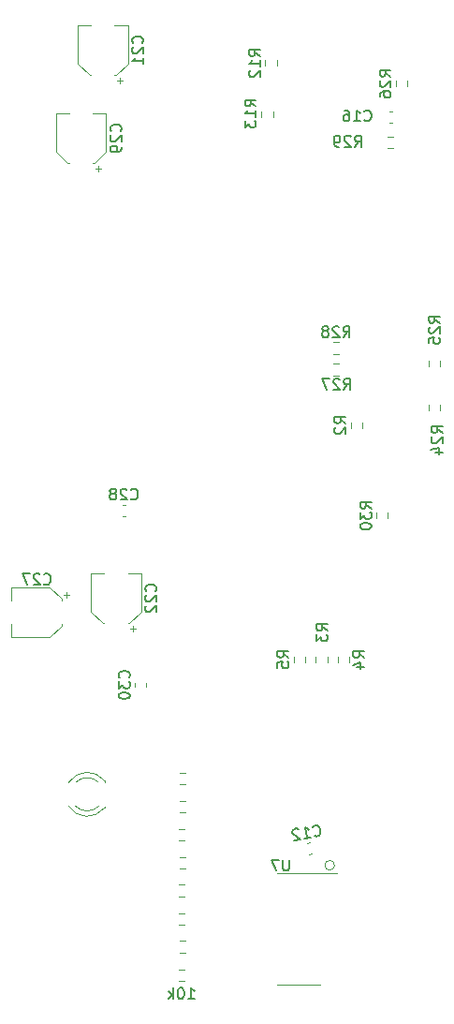
<source format=gbr>
G04 #@! TF.GenerationSoftware,KiCad,Pcbnew,7.0.9*
G04 #@! TF.CreationDate,2023-12-29T22:16:46-05:00*
G04 #@! TF.ProjectId,MEAP_Rev3b,4d454150-5f52-4657-9633-622e6b696361,rev?*
G04 #@! TF.SameCoordinates,Original*
G04 #@! TF.FileFunction,Legend,Bot*
G04 #@! TF.FilePolarity,Positive*
%FSLAX46Y46*%
G04 Gerber Fmt 4.6, Leading zero omitted, Abs format (unit mm)*
G04 Created by KiCad (PCBNEW 7.0.9) date 2023-12-29 22:16:46*
%MOMM*%
%LPD*%
G01*
G04 APERTURE LIST*
%ADD10C,0.120000*%
%ADD11C,0.150000*%
G04 APERTURE END LIST*
D10*
X42228406Y-99480000D02*
G75*
G03*
X42228406Y-99480000I-438406J0D01*
G01*
D11*
X28989411Y-111539819D02*
X29560839Y-111539819D01*
X29275125Y-111539819D02*
X29275125Y-110539819D01*
X29275125Y-110539819D02*
X29370363Y-110682676D01*
X29370363Y-110682676D02*
X29465601Y-110777914D01*
X29465601Y-110777914D02*
X29560839Y-110825533D01*
X28370363Y-110539819D02*
X28275125Y-110539819D01*
X28275125Y-110539819D02*
X28179887Y-110587438D01*
X28179887Y-110587438D02*
X28132268Y-110635057D01*
X28132268Y-110635057D02*
X28084649Y-110730295D01*
X28084649Y-110730295D02*
X28037030Y-110920771D01*
X28037030Y-110920771D02*
X28037030Y-111158866D01*
X28037030Y-111158866D02*
X28084649Y-111349342D01*
X28084649Y-111349342D02*
X28132268Y-111444580D01*
X28132268Y-111444580D02*
X28179887Y-111492200D01*
X28179887Y-111492200D02*
X28275125Y-111539819D01*
X28275125Y-111539819D02*
X28370363Y-111539819D01*
X28370363Y-111539819D02*
X28465601Y-111492200D01*
X28465601Y-111492200D02*
X28513220Y-111444580D01*
X28513220Y-111444580D02*
X28560839Y-111349342D01*
X28560839Y-111349342D02*
X28608458Y-111158866D01*
X28608458Y-111158866D02*
X28608458Y-110920771D01*
X28608458Y-110920771D02*
X28560839Y-110730295D01*
X28560839Y-110730295D02*
X28513220Y-110635057D01*
X28513220Y-110635057D02*
X28465601Y-110587438D01*
X28465601Y-110587438D02*
X28370363Y-110539819D01*
X27608458Y-111539819D02*
X27608458Y-110539819D01*
X27513220Y-111158866D02*
X27227506Y-111539819D01*
X27227506Y-110873152D02*
X27608458Y-111254104D01*
X44062857Y-34544819D02*
X44396190Y-34068628D01*
X44634285Y-34544819D02*
X44634285Y-33544819D01*
X44634285Y-33544819D02*
X44253333Y-33544819D01*
X44253333Y-33544819D02*
X44158095Y-33592438D01*
X44158095Y-33592438D02*
X44110476Y-33640057D01*
X44110476Y-33640057D02*
X44062857Y-33735295D01*
X44062857Y-33735295D02*
X44062857Y-33878152D01*
X44062857Y-33878152D02*
X44110476Y-33973390D01*
X44110476Y-33973390D02*
X44158095Y-34021009D01*
X44158095Y-34021009D02*
X44253333Y-34068628D01*
X44253333Y-34068628D02*
X44634285Y-34068628D01*
X43681904Y-33640057D02*
X43634285Y-33592438D01*
X43634285Y-33592438D02*
X43539047Y-33544819D01*
X43539047Y-33544819D02*
X43300952Y-33544819D01*
X43300952Y-33544819D02*
X43205714Y-33592438D01*
X43205714Y-33592438D02*
X43158095Y-33640057D01*
X43158095Y-33640057D02*
X43110476Y-33735295D01*
X43110476Y-33735295D02*
X43110476Y-33830533D01*
X43110476Y-33830533D02*
X43158095Y-33973390D01*
X43158095Y-33973390D02*
X43729523Y-34544819D01*
X43729523Y-34544819D02*
X43110476Y-34544819D01*
X42634285Y-34544819D02*
X42443809Y-34544819D01*
X42443809Y-34544819D02*
X42348571Y-34497200D01*
X42348571Y-34497200D02*
X42300952Y-34449580D01*
X42300952Y-34449580D02*
X42205714Y-34306723D01*
X42205714Y-34306723D02*
X42158095Y-34116247D01*
X42158095Y-34116247D02*
X42158095Y-33735295D01*
X42158095Y-33735295D02*
X42205714Y-33640057D01*
X42205714Y-33640057D02*
X42253333Y-33592438D01*
X42253333Y-33592438D02*
X42348571Y-33544819D01*
X42348571Y-33544819D02*
X42539047Y-33544819D01*
X42539047Y-33544819D02*
X42634285Y-33592438D01*
X42634285Y-33592438D02*
X42681904Y-33640057D01*
X42681904Y-33640057D02*
X42729523Y-33735295D01*
X42729523Y-33735295D02*
X42729523Y-33973390D01*
X42729523Y-33973390D02*
X42681904Y-34068628D01*
X42681904Y-34068628D02*
X42634285Y-34116247D01*
X42634285Y-34116247D02*
X42539047Y-34163866D01*
X42539047Y-34163866D02*
X42348571Y-34163866D01*
X42348571Y-34163866D02*
X42253333Y-34116247D01*
X42253333Y-34116247D02*
X42205714Y-34068628D01*
X42205714Y-34068628D02*
X42158095Y-33973390D01*
X43012857Y-51764819D02*
X43346190Y-51288628D01*
X43584285Y-51764819D02*
X43584285Y-50764819D01*
X43584285Y-50764819D02*
X43203333Y-50764819D01*
X43203333Y-50764819D02*
X43108095Y-50812438D01*
X43108095Y-50812438D02*
X43060476Y-50860057D01*
X43060476Y-50860057D02*
X43012857Y-50955295D01*
X43012857Y-50955295D02*
X43012857Y-51098152D01*
X43012857Y-51098152D02*
X43060476Y-51193390D01*
X43060476Y-51193390D02*
X43108095Y-51241009D01*
X43108095Y-51241009D02*
X43203333Y-51288628D01*
X43203333Y-51288628D02*
X43584285Y-51288628D01*
X42631904Y-50860057D02*
X42584285Y-50812438D01*
X42584285Y-50812438D02*
X42489047Y-50764819D01*
X42489047Y-50764819D02*
X42250952Y-50764819D01*
X42250952Y-50764819D02*
X42155714Y-50812438D01*
X42155714Y-50812438D02*
X42108095Y-50860057D01*
X42108095Y-50860057D02*
X42060476Y-50955295D01*
X42060476Y-50955295D02*
X42060476Y-51050533D01*
X42060476Y-51050533D02*
X42108095Y-51193390D01*
X42108095Y-51193390D02*
X42679523Y-51764819D01*
X42679523Y-51764819D02*
X42060476Y-51764819D01*
X41489047Y-51193390D02*
X41584285Y-51145771D01*
X41584285Y-51145771D02*
X41631904Y-51098152D01*
X41631904Y-51098152D02*
X41679523Y-51002914D01*
X41679523Y-51002914D02*
X41679523Y-50955295D01*
X41679523Y-50955295D02*
X41631904Y-50860057D01*
X41631904Y-50860057D02*
X41584285Y-50812438D01*
X41584285Y-50812438D02*
X41489047Y-50764819D01*
X41489047Y-50764819D02*
X41298571Y-50764819D01*
X41298571Y-50764819D02*
X41203333Y-50812438D01*
X41203333Y-50812438D02*
X41155714Y-50860057D01*
X41155714Y-50860057D02*
X41108095Y-50955295D01*
X41108095Y-50955295D02*
X41108095Y-51002914D01*
X41108095Y-51002914D02*
X41155714Y-51098152D01*
X41155714Y-51098152D02*
X41203333Y-51145771D01*
X41203333Y-51145771D02*
X41298571Y-51193390D01*
X41298571Y-51193390D02*
X41489047Y-51193390D01*
X41489047Y-51193390D02*
X41584285Y-51241009D01*
X41584285Y-51241009D02*
X41631904Y-51288628D01*
X41631904Y-51288628D02*
X41679523Y-51383866D01*
X41679523Y-51383866D02*
X41679523Y-51574342D01*
X41679523Y-51574342D02*
X41631904Y-51669580D01*
X41631904Y-51669580D02*
X41584285Y-51717200D01*
X41584285Y-51717200D02*
X41489047Y-51764819D01*
X41489047Y-51764819D02*
X41298571Y-51764819D01*
X41298571Y-51764819D02*
X41203333Y-51717200D01*
X41203333Y-51717200D02*
X41155714Y-51669580D01*
X41155714Y-51669580D02*
X41108095Y-51574342D01*
X41108095Y-51574342D02*
X41108095Y-51383866D01*
X41108095Y-51383866D02*
X41155714Y-51288628D01*
X41155714Y-51288628D02*
X41203333Y-51241009D01*
X41203333Y-51241009D02*
X41298571Y-51193390D01*
X41594819Y-78273333D02*
X41118628Y-77940000D01*
X41594819Y-77701905D02*
X40594819Y-77701905D01*
X40594819Y-77701905D02*
X40594819Y-78082857D01*
X40594819Y-78082857D02*
X40642438Y-78178095D01*
X40642438Y-78178095D02*
X40690057Y-78225714D01*
X40690057Y-78225714D02*
X40785295Y-78273333D01*
X40785295Y-78273333D02*
X40928152Y-78273333D01*
X40928152Y-78273333D02*
X41023390Y-78225714D01*
X41023390Y-78225714D02*
X41071009Y-78178095D01*
X41071009Y-78178095D02*
X41118628Y-78082857D01*
X41118628Y-78082857D02*
X41118628Y-77701905D01*
X40594819Y-78606667D02*
X40594819Y-79225714D01*
X40594819Y-79225714D02*
X40975771Y-78892381D01*
X40975771Y-78892381D02*
X40975771Y-79035238D01*
X40975771Y-79035238D02*
X41023390Y-79130476D01*
X41023390Y-79130476D02*
X41071009Y-79178095D01*
X41071009Y-79178095D02*
X41166247Y-79225714D01*
X41166247Y-79225714D02*
X41404342Y-79225714D01*
X41404342Y-79225714D02*
X41499580Y-79178095D01*
X41499580Y-79178095D02*
X41547200Y-79130476D01*
X41547200Y-79130476D02*
X41594819Y-79035238D01*
X41594819Y-79035238D02*
X41594819Y-78749524D01*
X41594819Y-78749524D02*
X41547200Y-78654286D01*
X41547200Y-78654286D02*
X41499580Y-78606667D01*
X35124819Y-30887142D02*
X34648628Y-30553809D01*
X35124819Y-30315714D02*
X34124819Y-30315714D01*
X34124819Y-30315714D02*
X34124819Y-30696666D01*
X34124819Y-30696666D02*
X34172438Y-30791904D01*
X34172438Y-30791904D02*
X34220057Y-30839523D01*
X34220057Y-30839523D02*
X34315295Y-30887142D01*
X34315295Y-30887142D02*
X34458152Y-30887142D01*
X34458152Y-30887142D02*
X34553390Y-30839523D01*
X34553390Y-30839523D02*
X34601009Y-30791904D01*
X34601009Y-30791904D02*
X34648628Y-30696666D01*
X34648628Y-30696666D02*
X34648628Y-30315714D01*
X35124819Y-31839523D02*
X35124819Y-31268095D01*
X35124819Y-31553809D02*
X34124819Y-31553809D01*
X34124819Y-31553809D02*
X34267676Y-31458571D01*
X34267676Y-31458571D02*
X34362914Y-31363333D01*
X34362914Y-31363333D02*
X34410533Y-31268095D01*
X34124819Y-32172857D02*
X34124819Y-32791904D01*
X34124819Y-32791904D02*
X34505771Y-32458571D01*
X34505771Y-32458571D02*
X34505771Y-32601428D01*
X34505771Y-32601428D02*
X34553390Y-32696666D01*
X34553390Y-32696666D02*
X34601009Y-32744285D01*
X34601009Y-32744285D02*
X34696247Y-32791904D01*
X34696247Y-32791904D02*
X34934342Y-32791904D01*
X34934342Y-32791904D02*
X35029580Y-32744285D01*
X35029580Y-32744285D02*
X35077200Y-32696666D01*
X35077200Y-32696666D02*
X35124819Y-32601428D01*
X35124819Y-32601428D02*
X35124819Y-32315714D01*
X35124819Y-32315714D02*
X35077200Y-32220476D01*
X35077200Y-32220476D02*
X35029580Y-32172857D01*
X22859579Y-33127139D02*
X22907199Y-33079520D01*
X22907199Y-33079520D02*
X22954818Y-32936663D01*
X22954818Y-32936663D02*
X22954818Y-32841425D01*
X22954818Y-32841425D02*
X22907199Y-32698568D01*
X22907199Y-32698568D02*
X22811960Y-32603330D01*
X22811960Y-32603330D02*
X22716722Y-32555711D01*
X22716722Y-32555711D02*
X22526246Y-32508092D01*
X22526246Y-32508092D02*
X22383389Y-32508092D01*
X22383389Y-32508092D02*
X22192913Y-32555711D01*
X22192913Y-32555711D02*
X22097675Y-32603330D01*
X22097675Y-32603330D02*
X22002437Y-32698568D01*
X22002437Y-32698568D02*
X21954818Y-32841425D01*
X21954818Y-32841425D02*
X21954818Y-32936663D01*
X21954818Y-32936663D02*
X22002437Y-33079520D01*
X22002437Y-33079520D02*
X22050056Y-33127139D01*
X22050056Y-33508092D02*
X22002437Y-33555711D01*
X22002437Y-33555711D02*
X21954818Y-33650949D01*
X21954818Y-33650949D02*
X21954818Y-33889044D01*
X21954818Y-33889044D02*
X22002437Y-33984282D01*
X22002437Y-33984282D02*
X22050056Y-34031901D01*
X22050056Y-34031901D02*
X22145294Y-34079520D01*
X22145294Y-34079520D02*
X22240532Y-34079520D01*
X22240532Y-34079520D02*
X22383389Y-34031901D01*
X22383389Y-34031901D02*
X22954818Y-33460473D01*
X22954818Y-33460473D02*
X22954818Y-34079520D01*
X22954818Y-34555711D02*
X22954818Y-34746187D01*
X22954818Y-34746187D02*
X22907199Y-34841425D01*
X22907199Y-34841425D02*
X22859579Y-34889044D01*
X22859579Y-34889044D02*
X22716722Y-34984282D01*
X22716722Y-34984282D02*
X22526246Y-35031901D01*
X22526246Y-35031901D02*
X22145294Y-35031901D01*
X22145294Y-35031901D02*
X22050056Y-34984282D01*
X22050056Y-34984282D02*
X22002437Y-34936663D01*
X22002437Y-34936663D02*
X21954818Y-34841425D01*
X21954818Y-34841425D02*
X21954818Y-34650949D01*
X21954818Y-34650949D02*
X22002437Y-34555711D01*
X22002437Y-34555711D02*
X22050056Y-34508092D01*
X22050056Y-34508092D02*
X22145294Y-34460473D01*
X22145294Y-34460473D02*
X22383389Y-34460473D01*
X22383389Y-34460473D02*
X22478627Y-34508092D01*
X22478627Y-34508092D02*
X22526246Y-34555711D01*
X22526246Y-34555711D02*
X22573865Y-34650949D01*
X22573865Y-34650949D02*
X22573865Y-34841425D01*
X22573865Y-34841425D02*
X22526246Y-34936663D01*
X22526246Y-34936663D02*
X22478627Y-34984282D01*
X22478627Y-34984282D02*
X22383389Y-35031901D01*
X43234819Y-59533333D02*
X42758628Y-59200000D01*
X43234819Y-58961905D02*
X42234819Y-58961905D01*
X42234819Y-58961905D02*
X42234819Y-59342857D01*
X42234819Y-59342857D02*
X42282438Y-59438095D01*
X42282438Y-59438095D02*
X42330057Y-59485714D01*
X42330057Y-59485714D02*
X42425295Y-59533333D01*
X42425295Y-59533333D02*
X42568152Y-59533333D01*
X42568152Y-59533333D02*
X42663390Y-59485714D01*
X42663390Y-59485714D02*
X42711009Y-59438095D01*
X42711009Y-59438095D02*
X42758628Y-59342857D01*
X42758628Y-59342857D02*
X42758628Y-58961905D01*
X42330057Y-59914286D02*
X42282438Y-59961905D01*
X42282438Y-59961905D02*
X42234819Y-60057143D01*
X42234819Y-60057143D02*
X42234819Y-60295238D01*
X42234819Y-60295238D02*
X42282438Y-60390476D01*
X42282438Y-60390476D02*
X42330057Y-60438095D01*
X42330057Y-60438095D02*
X42425295Y-60485714D01*
X42425295Y-60485714D02*
X42520533Y-60485714D01*
X42520533Y-60485714D02*
X42663390Y-60438095D01*
X42663390Y-60438095D02*
X43234819Y-59866667D01*
X43234819Y-59866667D02*
X43234819Y-60485714D01*
X15942857Y-74029580D02*
X15990476Y-74077200D01*
X15990476Y-74077200D02*
X16133333Y-74124819D01*
X16133333Y-74124819D02*
X16228571Y-74124819D01*
X16228571Y-74124819D02*
X16371428Y-74077200D01*
X16371428Y-74077200D02*
X16466666Y-73981961D01*
X16466666Y-73981961D02*
X16514285Y-73886723D01*
X16514285Y-73886723D02*
X16561904Y-73696247D01*
X16561904Y-73696247D02*
X16561904Y-73553390D01*
X16561904Y-73553390D02*
X16514285Y-73362914D01*
X16514285Y-73362914D02*
X16466666Y-73267676D01*
X16466666Y-73267676D02*
X16371428Y-73172438D01*
X16371428Y-73172438D02*
X16228571Y-73124819D01*
X16228571Y-73124819D02*
X16133333Y-73124819D01*
X16133333Y-73124819D02*
X15990476Y-73172438D01*
X15990476Y-73172438D02*
X15942857Y-73220057D01*
X15561904Y-73220057D02*
X15514285Y-73172438D01*
X15514285Y-73172438D02*
X15419047Y-73124819D01*
X15419047Y-73124819D02*
X15180952Y-73124819D01*
X15180952Y-73124819D02*
X15085714Y-73172438D01*
X15085714Y-73172438D02*
X15038095Y-73220057D01*
X15038095Y-73220057D02*
X14990476Y-73315295D01*
X14990476Y-73315295D02*
X14990476Y-73410533D01*
X14990476Y-73410533D02*
X15038095Y-73553390D01*
X15038095Y-73553390D02*
X15609523Y-74124819D01*
X15609523Y-74124819D02*
X14990476Y-74124819D01*
X14657142Y-73124819D02*
X13990476Y-73124819D01*
X13990476Y-73124819D02*
X14419047Y-74124819D01*
X23619580Y-82529642D02*
X23667200Y-82482023D01*
X23667200Y-82482023D02*
X23714819Y-82339166D01*
X23714819Y-82339166D02*
X23714819Y-82243928D01*
X23714819Y-82243928D02*
X23667200Y-82101071D01*
X23667200Y-82101071D02*
X23571961Y-82005833D01*
X23571961Y-82005833D02*
X23476723Y-81958214D01*
X23476723Y-81958214D02*
X23286247Y-81910595D01*
X23286247Y-81910595D02*
X23143390Y-81910595D01*
X23143390Y-81910595D02*
X22952914Y-81958214D01*
X22952914Y-81958214D02*
X22857676Y-82005833D01*
X22857676Y-82005833D02*
X22762438Y-82101071D01*
X22762438Y-82101071D02*
X22714819Y-82243928D01*
X22714819Y-82243928D02*
X22714819Y-82339166D01*
X22714819Y-82339166D02*
X22762438Y-82482023D01*
X22762438Y-82482023D02*
X22810057Y-82529642D01*
X22714819Y-82862976D02*
X22714819Y-83482023D01*
X22714819Y-83482023D02*
X23095771Y-83148690D01*
X23095771Y-83148690D02*
X23095771Y-83291547D01*
X23095771Y-83291547D02*
X23143390Y-83386785D01*
X23143390Y-83386785D02*
X23191009Y-83434404D01*
X23191009Y-83434404D02*
X23286247Y-83482023D01*
X23286247Y-83482023D02*
X23524342Y-83482023D01*
X23524342Y-83482023D02*
X23619580Y-83434404D01*
X23619580Y-83434404D02*
X23667200Y-83386785D01*
X23667200Y-83386785D02*
X23714819Y-83291547D01*
X23714819Y-83291547D02*
X23714819Y-83005833D01*
X23714819Y-83005833D02*
X23667200Y-82910595D01*
X23667200Y-82910595D02*
X23619580Y-82862976D01*
X22714819Y-84101071D02*
X22714819Y-84196309D01*
X22714819Y-84196309D02*
X22762438Y-84291547D01*
X22762438Y-84291547D02*
X22810057Y-84339166D01*
X22810057Y-84339166D02*
X22905295Y-84386785D01*
X22905295Y-84386785D02*
X23095771Y-84434404D01*
X23095771Y-84434404D02*
X23333866Y-84434404D01*
X23333866Y-84434404D02*
X23524342Y-84386785D01*
X23524342Y-84386785D02*
X23619580Y-84339166D01*
X23619580Y-84339166D02*
X23667200Y-84291547D01*
X23667200Y-84291547D02*
X23714819Y-84196309D01*
X23714819Y-84196309D02*
X23714819Y-84101071D01*
X23714819Y-84101071D02*
X23667200Y-84005833D01*
X23667200Y-84005833D02*
X23619580Y-83958214D01*
X23619580Y-83958214D02*
X23524342Y-83910595D01*
X23524342Y-83910595D02*
X23333866Y-83862976D01*
X23333866Y-83862976D02*
X23095771Y-83862976D01*
X23095771Y-83862976D02*
X22905295Y-83910595D01*
X22905295Y-83910595D02*
X22810057Y-83958214D01*
X22810057Y-83958214D02*
X22762438Y-84005833D01*
X22762438Y-84005833D02*
X22714819Y-84101071D01*
X44922857Y-32139580D02*
X44970476Y-32187200D01*
X44970476Y-32187200D02*
X45113333Y-32234819D01*
X45113333Y-32234819D02*
X45208571Y-32234819D01*
X45208571Y-32234819D02*
X45351428Y-32187200D01*
X45351428Y-32187200D02*
X45446666Y-32091961D01*
X45446666Y-32091961D02*
X45494285Y-31996723D01*
X45494285Y-31996723D02*
X45541904Y-31806247D01*
X45541904Y-31806247D02*
X45541904Y-31663390D01*
X45541904Y-31663390D02*
X45494285Y-31472914D01*
X45494285Y-31472914D02*
X45446666Y-31377676D01*
X45446666Y-31377676D02*
X45351428Y-31282438D01*
X45351428Y-31282438D02*
X45208571Y-31234819D01*
X45208571Y-31234819D02*
X45113333Y-31234819D01*
X45113333Y-31234819D02*
X44970476Y-31282438D01*
X44970476Y-31282438D02*
X44922857Y-31330057D01*
X43970476Y-32234819D02*
X44541904Y-32234819D01*
X44256190Y-32234819D02*
X44256190Y-31234819D01*
X44256190Y-31234819D02*
X44351428Y-31377676D01*
X44351428Y-31377676D02*
X44446666Y-31472914D01*
X44446666Y-31472914D02*
X44541904Y-31520533D01*
X43113333Y-31234819D02*
X43303809Y-31234819D01*
X43303809Y-31234819D02*
X43399047Y-31282438D01*
X43399047Y-31282438D02*
X43446666Y-31330057D01*
X43446666Y-31330057D02*
X43541904Y-31472914D01*
X43541904Y-31472914D02*
X43589523Y-31663390D01*
X43589523Y-31663390D02*
X43589523Y-32044342D01*
X43589523Y-32044342D02*
X43541904Y-32139580D01*
X43541904Y-32139580D02*
X43494285Y-32187200D01*
X43494285Y-32187200D02*
X43399047Y-32234819D01*
X43399047Y-32234819D02*
X43208571Y-32234819D01*
X43208571Y-32234819D02*
X43113333Y-32187200D01*
X43113333Y-32187200D02*
X43065714Y-32139580D01*
X43065714Y-32139580D02*
X43018095Y-32044342D01*
X43018095Y-32044342D02*
X43018095Y-31806247D01*
X43018095Y-31806247D02*
X43065714Y-31711009D01*
X43065714Y-31711009D02*
X43113333Y-31663390D01*
X43113333Y-31663390D02*
X43208571Y-31615771D01*
X43208571Y-31615771D02*
X43399047Y-31615771D01*
X43399047Y-31615771D02*
X43494285Y-31663390D01*
X43494285Y-31663390D02*
X43541904Y-31711009D01*
X43541904Y-31711009D02*
X43589523Y-31806247D01*
X35494819Y-26337142D02*
X35018628Y-26003809D01*
X35494819Y-25765714D02*
X34494819Y-25765714D01*
X34494819Y-25765714D02*
X34494819Y-26146666D01*
X34494819Y-26146666D02*
X34542438Y-26241904D01*
X34542438Y-26241904D02*
X34590057Y-26289523D01*
X34590057Y-26289523D02*
X34685295Y-26337142D01*
X34685295Y-26337142D02*
X34828152Y-26337142D01*
X34828152Y-26337142D02*
X34923390Y-26289523D01*
X34923390Y-26289523D02*
X34971009Y-26241904D01*
X34971009Y-26241904D02*
X35018628Y-26146666D01*
X35018628Y-26146666D02*
X35018628Y-25765714D01*
X35494819Y-27289523D02*
X35494819Y-26718095D01*
X35494819Y-27003809D02*
X34494819Y-27003809D01*
X34494819Y-27003809D02*
X34637676Y-26908571D01*
X34637676Y-26908571D02*
X34732914Y-26813333D01*
X34732914Y-26813333D02*
X34780533Y-26718095D01*
X34590057Y-27670476D02*
X34542438Y-27718095D01*
X34542438Y-27718095D02*
X34494819Y-27813333D01*
X34494819Y-27813333D02*
X34494819Y-28051428D01*
X34494819Y-28051428D02*
X34542438Y-28146666D01*
X34542438Y-28146666D02*
X34590057Y-28194285D01*
X34590057Y-28194285D02*
X34685295Y-28241904D01*
X34685295Y-28241904D02*
X34780533Y-28241904D01*
X34780533Y-28241904D02*
X34923390Y-28194285D01*
X34923390Y-28194285D02*
X35494819Y-27622857D01*
X35494819Y-27622857D02*
X35494819Y-28241904D01*
X45544819Y-67217142D02*
X45068628Y-66883809D01*
X45544819Y-66645714D02*
X44544819Y-66645714D01*
X44544819Y-66645714D02*
X44544819Y-67026666D01*
X44544819Y-67026666D02*
X44592438Y-67121904D01*
X44592438Y-67121904D02*
X44640057Y-67169523D01*
X44640057Y-67169523D02*
X44735295Y-67217142D01*
X44735295Y-67217142D02*
X44878152Y-67217142D01*
X44878152Y-67217142D02*
X44973390Y-67169523D01*
X44973390Y-67169523D02*
X45021009Y-67121904D01*
X45021009Y-67121904D02*
X45068628Y-67026666D01*
X45068628Y-67026666D02*
X45068628Y-66645714D01*
X44544819Y-67550476D02*
X44544819Y-68169523D01*
X44544819Y-68169523D02*
X44925771Y-67836190D01*
X44925771Y-67836190D02*
X44925771Y-67979047D01*
X44925771Y-67979047D02*
X44973390Y-68074285D01*
X44973390Y-68074285D02*
X45021009Y-68121904D01*
X45021009Y-68121904D02*
X45116247Y-68169523D01*
X45116247Y-68169523D02*
X45354342Y-68169523D01*
X45354342Y-68169523D02*
X45449580Y-68121904D01*
X45449580Y-68121904D02*
X45497200Y-68074285D01*
X45497200Y-68074285D02*
X45544819Y-67979047D01*
X45544819Y-67979047D02*
X45544819Y-67693333D01*
X45544819Y-67693333D02*
X45497200Y-67598095D01*
X45497200Y-67598095D02*
X45449580Y-67550476D01*
X44544819Y-68788571D02*
X44544819Y-68883809D01*
X44544819Y-68883809D02*
X44592438Y-68979047D01*
X44592438Y-68979047D02*
X44640057Y-69026666D01*
X44640057Y-69026666D02*
X44735295Y-69074285D01*
X44735295Y-69074285D02*
X44925771Y-69121904D01*
X44925771Y-69121904D02*
X45163866Y-69121904D01*
X45163866Y-69121904D02*
X45354342Y-69074285D01*
X45354342Y-69074285D02*
X45449580Y-69026666D01*
X45449580Y-69026666D02*
X45497200Y-68979047D01*
X45497200Y-68979047D02*
X45544819Y-68883809D01*
X45544819Y-68883809D02*
X45544819Y-68788571D01*
X45544819Y-68788571D02*
X45497200Y-68693333D01*
X45497200Y-68693333D02*
X45449580Y-68645714D01*
X45449580Y-68645714D02*
X45354342Y-68598095D01*
X45354342Y-68598095D02*
X45163866Y-68550476D01*
X45163866Y-68550476D02*
X44925771Y-68550476D01*
X44925771Y-68550476D02*
X44735295Y-68598095D01*
X44735295Y-68598095D02*
X44640057Y-68645714D01*
X44640057Y-68645714D02*
X44592438Y-68693333D01*
X44592438Y-68693333D02*
X44544819Y-68788571D01*
X44924819Y-80733333D02*
X44448628Y-80400000D01*
X44924819Y-80161905D02*
X43924819Y-80161905D01*
X43924819Y-80161905D02*
X43924819Y-80542857D01*
X43924819Y-80542857D02*
X43972438Y-80638095D01*
X43972438Y-80638095D02*
X44020057Y-80685714D01*
X44020057Y-80685714D02*
X44115295Y-80733333D01*
X44115295Y-80733333D02*
X44258152Y-80733333D01*
X44258152Y-80733333D02*
X44353390Y-80685714D01*
X44353390Y-80685714D02*
X44401009Y-80638095D01*
X44401009Y-80638095D02*
X44448628Y-80542857D01*
X44448628Y-80542857D02*
X44448628Y-80161905D01*
X44258152Y-81590476D02*
X44924819Y-81590476D01*
X43877200Y-81352381D02*
X44591485Y-81114286D01*
X44591485Y-81114286D02*
X44591485Y-81733333D01*
X51994819Y-60387142D02*
X51518628Y-60053809D01*
X51994819Y-59815714D02*
X50994819Y-59815714D01*
X50994819Y-59815714D02*
X50994819Y-60196666D01*
X50994819Y-60196666D02*
X51042438Y-60291904D01*
X51042438Y-60291904D02*
X51090057Y-60339523D01*
X51090057Y-60339523D02*
X51185295Y-60387142D01*
X51185295Y-60387142D02*
X51328152Y-60387142D01*
X51328152Y-60387142D02*
X51423390Y-60339523D01*
X51423390Y-60339523D02*
X51471009Y-60291904D01*
X51471009Y-60291904D02*
X51518628Y-60196666D01*
X51518628Y-60196666D02*
X51518628Y-59815714D01*
X51090057Y-60768095D02*
X51042438Y-60815714D01*
X51042438Y-60815714D02*
X50994819Y-60910952D01*
X50994819Y-60910952D02*
X50994819Y-61149047D01*
X50994819Y-61149047D02*
X51042438Y-61244285D01*
X51042438Y-61244285D02*
X51090057Y-61291904D01*
X51090057Y-61291904D02*
X51185295Y-61339523D01*
X51185295Y-61339523D02*
X51280533Y-61339523D01*
X51280533Y-61339523D02*
X51423390Y-61291904D01*
X51423390Y-61291904D02*
X51994819Y-60720476D01*
X51994819Y-60720476D02*
X51994819Y-61339523D01*
X51328152Y-62196666D02*
X51994819Y-62196666D01*
X50947200Y-61958571D02*
X51661485Y-61720476D01*
X51661485Y-61720476D02*
X51661485Y-62339523D01*
X24829582Y-25157141D02*
X24877202Y-25109522D01*
X24877202Y-25109522D02*
X24924821Y-24966665D01*
X24924821Y-24966665D02*
X24924821Y-24871427D01*
X24924821Y-24871427D02*
X24877202Y-24728570D01*
X24877202Y-24728570D02*
X24781963Y-24633332D01*
X24781963Y-24633332D02*
X24686725Y-24585713D01*
X24686725Y-24585713D02*
X24496249Y-24538094D01*
X24496249Y-24538094D02*
X24353392Y-24538094D01*
X24353392Y-24538094D02*
X24162916Y-24585713D01*
X24162916Y-24585713D02*
X24067678Y-24633332D01*
X24067678Y-24633332D02*
X23972440Y-24728570D01*
X23972440Y-24728570D02*
X23924821Y-24871427D01*
X23924821Y-24871427D02*
X23924821Y-24966665D01*
X23924821Y-24966665D02*
X23972440Y-25109522D01*
X23972440Y-25109522D02*
X24020059Y-25157141D01*
X24020059Y-25538094D02*
X23972440Y-25585713D01*
X23972440Y-25585713D02*
X23924821Y-25680951D01*
X23924821Y-25680951D02*
X23924821Y-25919046D01*
X23924821Y-25919046D02*
X23972440Y-26014284D01*
X23972440Y-26014284D02*
X24020059Y-26061903D01*
X24020059Y-26061903D02*
X24115297Y-26109522D01*
X24115297Y-26109522D02*
X24210535Y-26109522D01*
X24210535Y-26109522D02*
X24353392Y-26061903D01*
X24353392Y-26061903D02*
X24924821Y-25490475D01*
X24924821Y-25490475D02*
X24924821Y-26109522D01*
X24924821Y-27061903D02*
X24924821Y-26490475D01*
X24924821Y-26776189D02*
X23924821Y-26776189D01*
X23924821Y-26776189D02*
X24067678Y-26680951D01*
X24067678Y-26680951D02*
X24162916Y-26585713D01*
X24162916Y-26585713D02*
X24210535Y-26490475D01*
X43062857Y-56504819D02*
X43396190Y-56028628D01*
X43634285Y-56504819D02*
X43634285Y-55504819D01*
X43634285Y-55504819D02*
X43253333Y-55504819D01*
X43253333Y-55504819D02*
X43158095Y-55552438D01*
X43158095Y-55552438D02*
X43110476Y-55600057D01*
X43110476Y-55600057D02*
X43062857Y-55695295D01*
X43062857Y-55695295D02*
X43062857Y-55838152D01*
X43062857Y-55838152D02*
X43110476Y-55933390D01*
X43110476Y-55933390D02*
X43158095Y-55981009D01*
X43158095Y-55981009D02*
X43253333Y-56028628D01*
X43253333Y-56028628D02*
X43634285Y-56028628D01*
X42681904Y-55600057D02*
X42634285Y-55552438D01*
X42634285Y-55552438D02*
X42539047Y-55504819D01*
X42539047Y-55504819D02*
X42300952Y-55504819D01*
X42300952Y-55504819D02*
X42205714Y-55552438D01*
X42205714Y-55552438D02*
X42158095Y-55600057D01*
X42158095Y-55600057D02*
X42110476Y-55695295D01*
X42110476Y-55695295D02*
X42110476Y-55790533D01*
X42110476Y-55790533D02*
X42158095Y-55933390D01*
X42158095Y-55933390D02*
X42729523Y-56504819D01*
X42729523Y-56504819D02*
X42110476Y-56504819D01*
X41777142Y-55504819D02*
X41110476Y-55504819D01*
X41110476Y-55504819D02*
X41539047Y-56504819D01*
X38121904Y-98964819D02*
X38121904Y-99774342D01*
X38121904Y-99774342D02*
X38074285Y-99869580D01*
X38074285Y-99869580D02*
X38026666Y-99917200D01*
X38026666Y-99917200D02*
X37931428Y-99964819D01*
X37931428Y-99964819D02*
X37740952Y-99964819D01*
X37740952Y-99964819D02*
X37645714Y-99917200D01*
X37645714Y-99917200D02*
X37598095Y-99869580D01*
X37598095Y-99869580D02*
X37550476Y-99774342D01*
X37550476Y-99774342D02*
X37550476Y-98964819D01*
X37169523Y-98964819D02*
X36502857Y-98964819D01*
X36502857Y-98964819D02*
X36931428Y-99964819D01*
X51754819Y-50447142D02*
X51278628Y-50113809D01*
X51754819Y-49875714D02*
X50754819Y-49875714D01*
X50754819Y-49875714D02*
X50754819Y-50256666D01*
X50754819Y-50256666D02*
X50802438Y-50351904D01*
X50802438Y-50351904D02*
X50850057Y-50399523D01*
X50850057Y-50399523D02*
X50945295Y-50447142D01*
X50945295Y-50447142D02*
X51088152Y-50447142D01*
X51088152Y-50447142D02*
X51183390Y-50399523D01*
X51183390Y-50399523D02*
X51231009Y-50351904D01*
X51231009Y-50351904D02*
X51278628Y-50256666D01*
X51278628Y-50256666D02*
X51278628Y-49875714D01*
X50850057Y-50828095D02*
X50802438Y-50875714D01*
X50802438Y-50875714D02*
X50754819Y-50970952D01*
X50754819Y-50970952D02*
X50754819Y-51209047D01*
X50754819Y-51209047D02*
X50802438Y-51304285D01*
X50802438Y-51304285D02*
X50850057Y-51351904D01*
X50850057Y-51351904D02*
X50945295Y-51399523D01*
X50945295Y-51399523D02*
X51040533Y-51399523D01*
X51040533Y-51399523D02*
X51183390Y-51351904D01*
X51183390Y-51351904D02*
X51754819Y-50780476D01*
X51754819Y-50780476D02*
X51754819Y-51399523D01*
X50754819Y-52304285D02*
X50754819Y-51828095D01*
X50754819Y-51828095D02*
X51231009Y-51780476D01*
X51231009Y-51780476D02*
X51183390Y-51828095D01*
X51183390Y-51828095D02*
X51135771Y-51923333D01*
X51135771Y-51923333D02*
X51135771Y-52161428D01*
X51135771Y-52161428D02*
X51183390Y-52256666D01*
X51183390Y-52256666D02*
X51231009Y-52304285D01*
X51231009Y-52304285D02*
X51326247Y-52351904D01*
X51326247Y-52351904D02*
X51564342Y-52351904D01*
X51564342Y-52351904D02*
X51659580Y-52304285D01*
X51659580Y-52304285D02*
X51707200Y-52256666D01*
X51707200Y-52256666D02*
X51754819Y-52161428D01*
X51754819Y-52161428D02*
X51754819Y-51923333D01*
X51754819Y-51923333D02*
X51707200Y-51828095D01*
X51707200Y-51828095D02*
X51659580Y-51780476D01*
X40407214Y-96794212D02*
X40462378Y-96832838D01*
X40462378Y-96832838D02*
X40611334Y-96854927D01*
X40611334Y-96854927D02*
X40705125Y-96838389D01*
X40705125Y-96838389D02*
X40837543Y-96766687D01*
X40837543Y-96766687D02*
X40914797Y-96656357D01*
X40914797Y-96656357D02*
X40945154Y-96554297D01*
X40945154Y-96554297D02*
X40958974Y-96358446D01*
X40958974Y-96358446D02*
X40934167Y-96217759D01*
X40934167Y-96217759D02*
X40854196Y-96038446D01*
X40854196Y-96038446D02*
X40790762Y-95952923D01*
X40790762Y-95952923D02*
X40680433Y-95875670D01*
X40680433Y-95875670D02*
X40531477Y-95853581D01*
X40531477Y-95853581D02*
X40437686Y-95870119D01*
X40437686Y-95870119D02*
X40305268Y-95941822D01*
X40305268Y-95941822D02*
X40266641Y-95996986D01*
X39485840Y-97053382D02*
X40048587Y-96954155D01*
X39767213Y-97003768D02*
X39593565Y-96018961D01*
X39593565Y-96018961D02*
X39712163Y-96143109D01*
X39712163Y-96143109D02*
X39822492Y-96220363D01*
X39822492Y-96220363D02*
X39924552Y-96250720D01*
X38953564Y-96228517D02*
X38898400Y-96189891D01*
X38898400Y-96189891D02*
X38796340Y-96159533D01*
X38796340Y-96159533D02*
X38561862Y-96200878D01*
X38561862Y-96200878D02*
X38476339Y-96264311D01*
X38476339Y-96264311D02*
X38437713Y-96319476D01*
X38437713Y-96319476D02*
X38407355Y-96421536D01*
X38407355Y-96421536D02*
X38423893Y-96515327D01*
X38423893Y-96515327D02*
X38495595Y-96647745D01*
X38495595Y-96647745D02*
X39157570Y-97111265D01*
X39157570Y-97111265D02*
X38547927Y-97218761D01*
X23810357Y-66339580D02*
X23857976Y-66387200D01*
X23857976Y-66387200D02*
X24000833Y-66434819D01*
X24000833Y-66434819D02*
X24096071Y-66434819D01*
X24096071Y-66434819D02*
X24238928Y-66387200D01*
X24238928Y-66387200D02*
X24334166Y-66291961D01*
X24334166Y-66291961D02*
X24381785Y-66196723D01*
X24381785Y-66196723D02*
X24429404Y-66006247D01*
X24429404Y-66006247D02*
X24429404Y-65863390D01*
X24429404Y-65863390D02*
X24381785Y-65672914D01*
X24381785Y-65672914D02*
X24334166Y-65577676D01*
X24334166Y-65577676D02*
X24238928Y-65482438D01*
X24238928Y-65482438D02*
X24096071Y-65434819D01*
X24096071Y-65434819D02*
X24000833Y-65434819D01*
X24000833Y-65434819D02*
X23857976Y-65482438D01*
X23857976Y-65482438D02*
X23810357Y-65530057D01*
X23429404Y-65530057D02*
X23381785Y-65482438D01*
X23381785Y-65482438D02*
X23286547Y-65434819D01*
X23286547Y-65434819D02*
X23048452Y-65434819D01*
X23048452Y-65434819D02*
X22953214Y-65482438D01*
X22953214Y-65482438D02*
X22905595Y-65530057D01*
X22905595Y-65530057D02*
X22857976Y-65625295D01*
X22857976Y-65625295D02*
X22857976Y-65720533D01*
X22857976Y-65720533D02*
X22905595Y-65863390D01*
X22905595Y-65863390D02*
X23477023Y-66434819D01*
X23477023Y-66434819D02*
X22857976Y-66434819D01*
X22286547Y-65863390D02*
X22381785Y-65815771D01*
X22381785Y-65815771D02*
X22429404Y-65768152D01*
X22429404Y-65768152D02*
X22477023Y-65672914D01*
X22477023Y-65672914D02*
X22477023Y-65625295D01*
X22477023Y-65625295D02*
X22429404Y-65530057D01*
X22429404Y-65530057D02*
X22381785Y-65482438D01*
X22381785Y-65482438D02*
X22286547Y-65434819D01*
X22286547Y-65434819D02*
X22096071Y-65434819D01*
X22096071Y-65434819D02*
X22000833Y-65482438D01*
X22000833Y-65482438D02*
X21953214Y-65530057D01*
X21953214Y-65530057D02*
X21905595Y-65625295D01*
X21905595Y-65625295D02*
X21905595Y-65672914D01*
X21905595Y-65672914D02*
X21953214Y-65768152D01*
X21953214Y-65768152D02*
X22000833Y-65815771D01*
X22000833Y-65815771D02*
X22096071Y-65863390D01*
X22096071Y-65863390D02*
X22286547Y-65863390D01*
X22286547Y-65863390D02*
X22381785Y-65911009D01*
X22381785Y-65911009D02*
X22429404Y-65958628D01*
X22429404Y-65958628D02*
X22477023Y-66053866D01*
X22477023Y-66053866D02*
X22477023Y-66244342D01*
X22477023Y-66244342D02*
X22429404Y-66339580D01*
X22429404Y-66339580D02*
X22381785Y-66387200D01*
X22381785Y-66387200D02*
X22286547Y-66434819D01*
X22286547Y-66434819D02*
X22096071Y-66434819D01*
X22096071Y-66434819D02*
X22000833Y-66387200D01*
X22000833Y-66387200D02*
X21953214Y-66339580D01*
X21953214Y-66339580D02*
X21905595Y-66244342D01*
X21905595Y-66244342D02*
X21905595Y-66053866D01*
X21905595Y-66053866D02*
X21953214Y-65958628D01*
X21953214Y-65958628D02*
X22000833Y-65911009D01*
X22000833Y-65911009D02*
X22096071Y-65863390D01*
X26029578Y-74697143D02*
X26077198Y-74649524D01*
X26077198Y-74649524D02*
X26124817Y-74506667D01*
X26124817Y-74506667D02*
X26124817Y-74411429D01*
X26124817Y-74411429D02*
X26077198Y-74268572D01*
X26077198Y-74268572D02*
X25981959Y-74173334D01*
X25981959Y-74173334D02*
X25886721Y-74125715D01*
X25886721Y-74125715D02*
X25696245Y-74078096D01*
X25696245Y-74078096D02*
X25553388Y-74078096D01*
X25553388Y-74078096D02*
X25362912Y-74125715D01*
X25362912Y-74125715D02*
X25267674Y-74173334D01*
X25267674Y-74173334D02*
X25172436Y-74268572D01*
X25172436Y-74268572D02*
X25124817Y-74411429D01*
X25124817Y-74411429D02*
X25124817Y-74506667D01*
X25124817Y-74506667D02*
X25172436Y-74649524D01*
X25172436Y-74649524D02*
X25220055Y-74697143D01*
X25220055Y-75078096D02*
X25172436Y-75125715D01*
X25172436Y-75125715D02*
X25124817Y-75220953D01*
X25124817Y-75220953D02*
X25124817Y-75459048D01*
X25124817Y-75459048D02*
X25172436Y-75554286D01*
X25172436Y-75554286D02*
X25220055Y-75601905D01*
X25220055Y-75601905D02*
X25315293Y-75649524D01*
X25315293Y-75649524D02*
X25410531Y-75649524D01*
X25410531Y-75649524D02*
X25553388Y-75601905D01*
X25553388Y-75601905D02*
X26124817Y-75030477D01*
X26124817Y-75030477D02*
X26124817Y-75649524D01*
X25220055Y-76030477D02*
X25172436Y-76078096D01*
X25172436Y-76078096D02*
X25124817Y-76173334D01*
X25124817Y-76173334D02*
X25124817Y-76411429D01*
X25124817Y-76411429D02*
X25172436Y-76506667D01*
X25172436Y-76506667D02*
X25220055Y-76554286D01*
X25220055Y-76554286D02*
X25315293Y-76601905D01*
X25315293Y-76601905D02*
X25410531Y-76601905D01*
X25410531Y-76601905D02*
X25553388Y-76554286D01*
X25553388Y-76554286D02*
X26124817Y-75982858D01*
X26124817Y-75982858D02*
X26124817Y-76601905D01*
X38074819Y-80713333D02*
X37598628Y-80380000D01*
X38074819Y-80141905D02*
X37074819Y-80141905D01*
X37074819Y-80141905D02*
X37074819Y-80522857D01*
X37074819Y-80522857D02*
X37122438Y-80618095D01*
X37122438Y-80618095D02*
X37170057Y-80665714D01*
X37170057Y-80665714D02*
X37265295Y-80713333D01*
X37265295Y-80713333D02*
X37408152Y-80713333D01*
X37408152Y-80713333D02*
X37503390Y-80665714D01*
X37503390Y-80665714D02*
X37551009Y-80618095D01*
X37551009Y-80618095D02*
X37598628Y-80522857D01*
X37598628Y-80522857D02*
X37598628Y-80141905D01*
X37074819Y-81618095D02*
X37074819Y-81141905D01*
X37074819Y-81141905D02*
X37551009Y-81094286D01*
X37551009Y-81094286D02*
X37503390Y-81141905D01*
X37503390Y-81141905D02*
X37455771Y-81237143D01*
X37455771Y-81237143D02*
X37455771Y-81475238D01*
X37455771Y-81475238D02*
X37503390Y-81570476D01*
X37503390Y-81570476D02*
X37551009Y-81618095D01*
X37551009Y-81618095D02*
X37646247Y-81665714D01*
X37646247Y-81665714D02*
X37884342Y-81665714D01*
X37884342Y-81665714D02*
X37979580Y-81618095D01*
X37979580Y-81618095D02*
X38027200Y-81570476D01*
X38027200Y-81570476D02*
X38074819Y-81475238D01*
X38074819Y-81475238D02*
X38074819Y-81237143D01*
X38074819Y-81237143D02*
X38027200Y-81141905D01*
X38027200Y-81141905D02*
X37979580Y-81094286D01*
X47304819Y-28187142D02*
X46828628Y-27853809D01*
X47304819Y-27615714D02*
X46304819Y-27615714D01*
X46304819Y-27615714D02*
X46304819Y-27996666D01*
X46304819Y-27996666D02*
X46352438Y-28091904D01*
X46352438Y-28091904D02*
X46400057Y-28139523D01*
X46400057Y-28139523D02*
X46495295Y-28187142D01*
X46495295Y-28187142D02*
X46638152Y-28187142D01*
X46638152Y-28187142D02*
X46733390Y-28139523D01*
X46733390Y-28139523D02*
X46781009Y-28091904D01*
X46781009Y-28091904D02*
X46828628Y-27996666D01*
X46828628Y-27996666D02*
X46828628Y-27615714D01*
X46400057Y-28568095D02*
X46352438Y-28615714D01*
X46352438Y-28615714D02*
X46304819Y-28710952D01*
X46304819Y-28710952D02*
X46304819Y-28949047D01*
X46304819Y-28949047D02*
X46352438Y-29044285D01*
X46352438Y-29044285D02*
X46400057Y-29091904D01*
X46400057Y-29091904D02*
X46495295Y-29139523D01*
X46495295Y-29139523D02*
X46590533Y-29139523D01*
X46590533Y-29139523D02*
X46733390Y-29091904D01*
X46733390Y-29091904D02*
X47304819Y-28520476D01*
X47304819Y-28520476D02*
X47304819Y-29139523D01*
X46304819Y-29996666D02*
X46304819Y-29806190D01*
X46304819Y-29806190D02*
X46352438Y-29710952D01*
X46352438Y-29710952D02*
X46400057Y-29663333D01*
X46400057Y-29663333D02*
X46542914Y-29568095D01*
X46542914Y-29568095D02*
X46733390Y-29520476D01*
X46733390Y-29520476D02*
X47114342Y-29520476D01*
X47114342Y-29520476D02*
X47209580Y-29568095D01*
X47209580Y-29568095D02*
X47257200Y-29615714D01*
X47257200Y-29615714D02*
X47304819Y-29710952D01*
X47304819Y-29710952D02*
X47304819Y-29901428D01*
X47304819Y-29901428D02*
X47257200Y-29996666D01*
X47257200Y-29996666D02*
X47209580Y-30044285D01*
X47209580Y-30044285D02*
X47114342Y-30091904D01*
X47114342Y-30091904D02*
X46876247Y-30091904D01*
X46876247Y-30091904D02*
X46781009Y-30044285D01*
X46781009Y-30044285D02*
X46733390Y-29996666D01*
X46733390Y-29996666D02*
X46685771Y-29901428D01*
X46685771Y-29901428D02*
X46685771Y-29710952D01*
X46685771Y-29710952D02*
X46733390Y-29615714D01*
X46733390Y-29615714D02*
X46781009Y-29568095D01*
X46781009Y-29568095D02*
X46876247Y-29520476D01*
D10*
X47035276Y-33627500D02*
X47544724Y-33627500D01*
X47035276Y-34672500D02*
X47544724Y-34672500D01*
X42624724Y-53262500D02*
X42115276Y-53262500D01*
X42624724Y-52217500D02*
X42115276Y-52217500D01*
X40517496Y-81144726D02*
X40517496Y-80635278D01*
X41562496Y-81144726D02*
X41562496Y-80635278D01*
X35627500Y-31824724D02*
X35627500Y-31315276D01*
X36672500Y-31824724D02*
X36672500Y-31315276D01*
X20859999Y-36769997D02*
X20859999Y-36269997D01*
X21109999Y-36519997D02*
X20609999Y-36519997D01*
X18104436Y-36029997D02*
X18239999Y-36029997D01*
X18104436Y-36029997D02*
X17039999Y-34965560D01*
X20495562Y-36029997D02*
X20359999Y-36029997D01*
X20495562Y-36029997D02*
X21559999Y-34965560D01*
X17039999Y-34965560D02*
X17039999Y-31509997D01*
X21559999Y-34965560D02*
X21559999Y-31509997D01*
X17039999Y-31509997D02*
X18239999Y-31509997D01*
X21559999Y-31509997D02*
X20359999Y-31509997D01*
X28175276Y-96167500D02*
X28684724Y-96167500D01*
X28175276Y-97212500D02*
X28684724Y-97212500D01*
X44732500Y-59445276D02*
X44732500Y-59954724D01*
X43687500Y-59445276D02*
X43687500Y-59954724D01*
X18270000Y-75040000D02*
X17770000Y-75040000D01*
X18020000Y-74790000D02*
X18020000Y-75290000D01*
X17530000Y-77795563D02*
X17530000Y-77660000D01*
X17530000Y-77795563D02*
X16465563Y-78860000D01*
X17530000Y-75404437D02*
X17530000Y-75540000D01*
X17530000Y-75404437D02*
X16465563Y-74340000D01*
X16465563Y-78860000D02*
X13010000Y-78860000D01*
X16465563Y-74340000D02*
X13010000Y-74340000D01*
X13010000Y-78860000D02*
X13010000Y-77660000D01*
X13010000Y-74340000D02*
X13010000Y-75540000D01*
X25200000Y-83026233D02*
X25200000Y-83318767D01*
X24180000Y-83026233D02*
X24180000Y-83318767D01*
X47476267Y-32380000D02*
X47183733Y-32380000D01*
X47476267Y-31360000D02*
X47183733Y-31360000D01*
X36992500Y-26725276D02*
X36992500Y-27234724D01*
X35947500Y-26725276D02*
X35947500Y-27234724D01*
X47042500Y-67605276D02*
X47042500Y-68114724D01*
X45997500Y-67605276D02*
X45997500Y-68114724D01*
X28195276Y-98707500D02*
X28704724Y-98707500D01*
X28195276Y-99752500D02*
X28704724Y-99752500D01*
X21414999Y-94140001D02*
X21414999Y-94296001D01*
X21414999Y-91824001D02*
X21414999Y-91980001D01*
X18182665Y-94138609D02*
G75*
G03*
X21414998Y-94295516I1672334J1078608D01*
G01*
X18813870Y-94139837D02*
G75*
G03*
X20895959Y-94140000I1041129J1079836D01*
G01*
X20895959Y-91980002D02*
G75*
G03*
X18813870Y-91980165I-1040960J-1079999D01*
G01*
X21414998Y-91824486D02*
G75*
G03*
X18182665Y-91981393I-1559999J-1235515D01*
G01*
X42517500Y-81154724D02*
X42517500Y-80645276D01*
X43562500Y-81154724D02*
X43562500Y-80645276D01*
X28185276Y-93627500D02*
X28694724Y-93627500D01*
X28185276Y-94672500D02*
X28694724Y-94672500D01*
X50727500Y-58324724D02*
X50727500Y-57815276D01*
X51772500Y-58324724D02*
X51772500Y-57815276D01*
X28165276Y-101237500D02*
X28674724Y-101237500D01*
X28165276Y-102282500D02*
X28674724Y-102282500D01*
X28165276Y-108877500D02*
X28674724Y-108877500D01*
X28165276Y-109922500D02*
X28674724Y-109922500D01*
X22830002Y-28799999D02*
X22830002Y-28299999D01*
X23080002Y-28549999D02*
X22580002Y-28549999D01*
X20074439Y-28059999D02*
X20210002Y-28059999D01*
X20074439Y-28059999D02*
X19010002Y-26995562D01*
X22465565Y-28059999D02*
X22330002Y-28059999D01*
X22465565Y-28059999D02*
X23530002Y-26995562D01*
X19010002Y-26995562D02*
X19010002Y-23539999D01*
X23530002Y-26995562D02*
X23530002Y-23539999D01*
X19010002Y-23539999D02*
X20210002Y-23539999D01*
X23530002Y-23539999D02*
X22330002Y-23539999D01*
X42644724Y-55202500D02*
X42135276Y-55202500D01*
X42644724Y-54157500D02*
X42135276Y-54157500D01*
X38970000Y-110275000D02*
X40920000Y-110275000D01*
X38970000Y-110275000D02*
X37020000Y-110275000D01*
X38970000Y-100155000D02*
X42420000Y-100155000D01*
X38970000Y-100155000D02*
X37020000Y-100155000D01*
X51802500Y-53855276D02*
X51802500Y-54364724D01*
X50757500Y-53855276D02*
X50757500Y-54364724D01*
X40192605Y-98436853D02*
X39904516Y-98487651D01*
X40015484Y-97432349D02*
X39727395Y-97483147D01*
X23313767Y-67920000D02*
X23021233Y-67920000D01*
X23313767Y-66900000D02*
X23021233Y-66900000D01*
X28175276Y-103787500D02*
X28684724Y-103787500D01*
X28175276Y-104832500D02*
X28684724Y-104832500D01*
X24029998Y-78340001D02*
X24029998Y-77840001D01*
X24279998Y-78090001D02*
X23779998Y-78090001D01*
X21274435Y-77600001D02*
X21409998Y-77600001D01*
X21274435Y-77600001D02*
X20209998Y-76535564D01*
X23665561Y-77600001D02*
X23529998Y-77600001D01*
X23665561Y-77600001D02*
X24729998Y-76535564D01*
X20209998Y-76535564D02*
X20209998Y-73080001D01*
X24729998Y-76535564D02*
X24729998Y-73080001D01*
X20209998Y-73080001D02*
X21409998Y-73080001D01*
X24729998Y-73080001D02*
X23529998Y-73080001D01*
X39572500Y-80625276D02*
X39572500Y-81134724D01*
X38527500Y-80625276D02*
X38527500Y-81134724D01*
X48802500Y-28575276D02*
X48802500Y-29084724D01*
X47757500Y-28575276D02*
X47757500Y-29084724D01*
X28205276Y-91087500D02*
X28714724Y-91087500D01*
X28205276Y-92132500D02*
X28714724Y-92132500D01*
X28195276Y-106307500D02*
X28704724Y-106307500D01*
X28195276Y-107352500D02*
X28704724Y-107352500D01*
M02*

</source>
